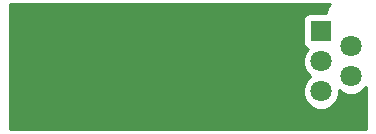
<source format=gbr>
G04 #@! TF.GenerationSoftware,KiCad,Pcbnew,5.0.2-bee76a0~70~ubuntu18.04.1*
G04 #@! TF.CreationDate,2019-12-02T23:30:02+01:00*
G04 #@! TF.ProjectId,current_sense_tli4970,63757272-656e-4745-9f73-656e73655f74,rev?*
G04 #@! TF.SameCoordinates,Original*
G04 #@! TF.FileFunction,Copper,L2,Bot*
G04 #@! TF.FilePolarity,Positive*
%FSLAX46Y46*%
G04 Gerber Fmt 4.6, Leading zero omitted, Abs format (unit mm)*
G04 Created by KiCad (PCBNEW 5.0.2-bee76a0~70~ubuntu18.04.1) date Mo 02 Dez 2019 23:30:02 CET*
%MOMM*%
%LPD*%
G01*
G04 APERTURE LIST*
G04 #@! TA.AperFunction,ComponentPad*
%ADD10C,1.800000*%
G04 #@! TD*
G04 #@! TA.AperFunction,ComponentPad*
%ADD11R,1.800000X1.800000*%
G04 #@! TD*
G04 #@! TA.AperFunction,Conductor*
%ADD12C,0.254000*%
G04 #@! TD*
G04 APERTURE END LIST*
D10*
G04 #@! TO.P,J1,6*
G04 #@! TO.N,GND*
X173540000Y-83350000D03*
G04 #@! TO.P,J1,5*
G04 #@! TO.N,+3V3*
X171000000Y-82080000D03*
D11*
G04 #@! TO.P,J1,1*
G04 #@! TO.N,Net-(J1-Pad1)*
X171000000Y-77000000D03*
D10*
G04 #@! TO.P,J1,2*
G04 #@! TO.N,Net-(J1-Pad2)*
X173540000Y-78270000D03*
G04 #@! TO.P,J1,3*
G04 #@! TO.N,Net-(J1-Pad3)*
X171000000Y-79540000D03*
G04 #@! TO.P,J1,4*
G04 #@! TO.N,Net-(J1-Pad4)*
X173540000Y-80810000D03*
G04 #@! TD*
D12*
G04 #@! TO.N,GND*
G36*
X171625811Y-74815432D02*
X171414950Y-75324496D01*
X171414950Y-75452560D01*
X170100000Y-75452560D01*
X169852235Y-75501843D01*
X169642191Y-75642191D01*
X169501843Y-75852235D01*
X169452560Y-76100000D01*
X169452560Y-77900000D01*
X169501843Y-78147765D01*
X169642191Y-78357809D01*
X169852235Y-78498157D01*
X169867908Y-78501275D01*
X169698690Y-78670493D01*
X169465000Y-79234670D01*
X169465000Y-79845330D01*
X169698690Y-80409507D01*
X170099183Y-80810000D01*
X169698690Y-81210493D01*
X169465000Y-81774670D01*
X169465000Y-82385330D01*
X169698690Y-82949507D01*
X170130493Y-83381310D01*
X170694670Y-83615000D01*
X171305330Y-83615000D01*
X171869507Y-83381310D01*
X172301310Y-82949507D01*
X172535000Y-82385330D01*
X172535000Y-81975817D01*
X172670493Y-82111310D01*
X173234670Y-82345000D01*
X173845330Y-82345000D01*
X174409507Y-82111310D01*
X174790001Y-81730816D01*
X174790001Y-85290000D01*
X144710000Y-85290000D01*
X144710000Y-74710000D01*
X171731243Y-74710000D01*
X171625811Y-74815432D01*
X171625811Y-74815432D01*
G37*
X171625811Y-74815432D02*
X171414950Y-75324496D01*
X171414950Y-75452560D01*
X170100000Y-75452560D01*
X169852235Y-75501843D01*
X169642191Y-75642191D01*
X169501843Y-75852235D01*
X169452560Y-76100000D01*
X169452560Y-77900000D01*
X169501843Y-78147765D01*
X169642191Y-78357809D01*
X169852235Y-78498157D01*
X169867908Y-78501275D01*
X169698690Y-78670493D01*
X169465000Y-79234670D01*
X169465000Y-79845330D01*
X169698690Y-80409507D01*
X170099183Y-80810000D01*
X169698690Y-81210493D01*
X169465000Y-81774670D01*
X169465000Y-82385330D01*
X169698690Y-82949507D01*
X170130493Y-83381310D01*
X170694670Y-83615000D01*
X171305330Y-83615000D01*
X171869507Y-83381310D01*
X172301310Y-82949507D01*
X172535000Y-82385330D01*
X172535000Y-81975817D01*
X172670493Y-82111310D01*
X173234670Y-82345000D01*
X173845330Y-82345000D01*
X174409507Y-82111310D01*
X174790001Y-81730816D01*
X174790001Y-85290000D01*
X144710000Y-85290000D01*
X144710000Y-74710000D01*
X171731243Y-74710000D01*
X171625811Y-74815432D01*
G04 #@! TD*
M02*

</source>
